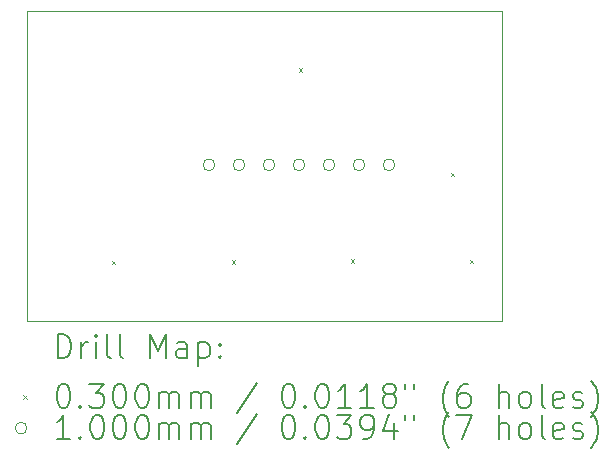
<source format=gbr>
%TF.GenerationSoftware,KiCad,Pcbnew,8.0.5*%
%TF.CreationDate,2024-11-11T01:16:04-08:00*%
%TF.ProjectId,Switch Lock,53776974-6368-4204-9c6f-636b2e6b6963,rev?*%
%TF.SameCoordinates,Original*%
%TF.FileFunction,Drillmap*%
%TF.FilePolarity,Positive*%
%FSLAX45Y45*%
G04 Gerber Fmt 4.5, Leading zero omitted, Abs format (unit mm)*
G04 Created by KiCad (PCBNEW 8.0.5) date 2024-11-11 01:16:04*
%MOMM*%
%LPD*%
G01*
G04 APERTURE LIST*
%ADD10C,0.050000*%
%ADD11C,0.200000*%
%ADD12C,0.100000*%
G04 APERTURE END LIST*
D10*
X9211000Y-5573000D02*
X13231000Y-5573000D01*
X13231000Y-8194000D01*
X9211000Y-8194000D01*
X9211000Y-5573000D01*
D11*
D12*
X9924000Y-7682825D02*
X9954000Y-7712825D01*
X9954000Y-7682825D02*
X9924000Y-7712825D01*
X10942000Y-7679000D02*
X10972000Y-7709000D01*
X10972000Y-7679000D02*
X10942000Y-7709000D01*
X11510000Y-6053175D02*
X11540000Y-6083175D01*
X11540000Y-6053175D02*
X11510000Y-6083175D01*
X11950000Y-7672000D02*
X11980000Y-7702000D01*
X11980000Y-7672000D02*
X11950000Y-7702000D01*
X12794000Y-6937750D02*
X12824000Y-6967750D01*
X12824000Y-6937750D02*
X12794000Y-6967750D01*
X12955000Y-7673825D02*
X12985000Y-7703825D01*
X12985000Y-7673825D02*
X12955000Y-7703825D01*
X10799000Y-6872000D02*
G75*
G02*
X10699000Y-6872000I-50000J0D01*
G01*
X10699000Y-6872000D02*
G75*
G02*
X10799000Y-6872000I50000J0D01*
G01*
X11053000Y-6872000D02*
G75*
G02*
X10953000Y-6872000I-50000J0D01*
G01*
X10953000Y-6872000D02*
G75*
G02*
X11053000Y-6872000I50000J0D01*
G01*
X11307000Y-6872000D02*
G75*
G02*
X11207000Y-6872000I-50000J0D01*
G01*
X11207000Y-6872000D02*
G75*
G02*
X11307000Y-6872000I50000J0D01*
G01*
X11561000Y-6872000D02*
G75*
G02*
X11461000Y-6872000I-50000J0D01*
G01*
X11461000Y-6872000D02*
G75*
G02*
X11561000Y-6872000I50000J0D01*
G01*
X11815000Y-6872000D02*
G75*
G02*
X11715000Y-6872000I-50000J0D01*
G01*
X11715000Y-6872000D02*
G75*
G02*
X11815000Y-6872000I50000J0D01*
G01*
X12069000Y-6872000D02*
G75*
G02*
X11969000Y-6872000I-50000J0D01*
G01*
X11969000Y-6872000D02*
G75*
G02*
X12069000Y-6872000I50000J0D01*
G01*
X12323000Y-6872000D02*
G75*
G02*
X12223000Y-6872000I-50000J0D01*
G01*
X12223000Y-6872000D02*
G75*
G02*
X12323000Y-6872000I50000J0D01*
G01*
D11*
X9469277Y-8507984D02*
X9469277Y-8307984D01*
X9469277Y-8307984D02*
X9516896Y-8307984D01*
X9516896Y-8307984D02*
X9545467Y-8317508D01*
X9545467Y-8317508D02*
X9564515Y-8336555D01*
X9564515Y-8336555D02*
X9574039Y-8355603D01*
X9574039Y-8355603D02*
X9583563Y-8393698D01*
X9583563Y-8393698D02*
X9583563Y-8422270D01*
X9583563Y-8422270D02*
X9574039Y-8460365D01*
X9574039Y-8460365D02*
X9564515Y-8479412D01*
X9564515Y-8479412D02*
X9545467Y-8498460D01*
X9545467Y-8498460D02*
X9516896Y-8507984D01*
X9516896Y-8507984D02*
X9469277Y-8507984D01*
X9669277Y-8507984D02*
X9669277Y-8374650D01*
X9669277Y-8412746D02*
X9678801Y-8393698D01*
X9678801Y-8393698D02*
X9688324Y-8384174D01*
X9688324Y-8384174D02*
X9707372Y-8374650D01*
X9707372Y-8374650D02*
X9726420Y-8374650D01*
X9793086Y-8507984D02*
X9793086Y-8374650D01*
X9793086Y-8307984D02*
X9783563Y-8317508D01*
X9783563Y-8317508D02*
X9793086Y-8327031D01*
X9793086Y-8327031D02*
X9802610Y-8317508D01*
X9802610Y-8317508D02*
X9793086Y-8307984D01*
X9793086Y-8307984D02*
X9793086Y-8327031D01*
X9916896Y-8507984D02*
X9897848Y-8498460D01*
X9897848Y-8498460D02*
X9888324Y-8479412D01*
X9888324Y-8479412D02*
X9888324Y-8307984D01*
X10021658Y-8507984D02*
X10002610Y-8498460D01*
X10002610Y-8498460D02*
X9993086Y-8479412D01*
X9993086Y-8479412D02*
X9993086Y-8307984D01*
X10250229Y-8507984D02*
X10250229Y-8307984D01*
X10250229Y-8307984D02*
X10316896Y-8450841D01*
X10316896Y-8450841D02*
X10383563Y-8307984D01*
X10383563Y-8307984D02*
X10383563Y-8507984D01*
X10564515Y-8507984D02*
X10564515Y-8403222D01*
X10564515Y-8403222D02*
X10554991Y-8384174D01*
X10554991Y-8384174D02*
X10535944Y-8374650D01*
X10535944Y-8374650D02*
X10497848Y-8374650D01*
X10497848Y-8374650D02*
X10478801Y-8384174D01*
X10564515Y-8498460D02*
X10545467Y-8507984D01*
X10545467Y-8507984D02*
X10497848Y-8507984D01*
X10497848Y-8507984D02*
X10478801Y-8498460D01*
X10478801Y-8498460D02*
X10469277Y-8479412D01*
X10469277Y-8479412D02*
X10469277Y-8460365D01*
X10469277Y-8460365D02*
X10478801Y-8441317D01*
X10478801Y-8441317D02*
X10497848Y-8431793D01*
X10497848Y-8431793D02*
X10545467Y-8431793D01*
X10545467Y-8431793D02*
X10564515Y-8422270D01*
X10659753Y-8374650D02*
X10659753Y-8574650D01*
X10659753Y-8384174D02*
X10678801Y-8374650D01*
X10678801Y-8374650D02*
X10716896Y-8374650D01*
X10716896Y-8374650D02*
X10735944Y-8384174D01*
X10735944Y-8384174D02*
X10745467Y-8393698D01*
X10745467Y-8393698D02*
X10754991Y-8412746D01*
X10754991Y-8412746D02*
X10754991Y-8469889D01*
X10754991Y-8469889D02*
X10745467Y-8488936D01*
X10745467Y-8488936D02*
X10735944Y-8498460D01*
X10735944Y-8498460D02*
X10716896Y-8507984D01*
X10716896Y-8507984D02*
X10678801Y-8507984D01*
X10678801Y-8507984D02*
X10659753Y-8498460D01*
X10840705Y-8488936D02*
X10850229Y-8498460D01*
X10850229Y-8498460D02*
X10840705Y-8507984D01*
X10840705Y-8507984D02*
X10831182Y-8498460D01*
X10831182Y-8498460D02*
X10840705Y-8488936D01*
X10840705Y-8488936D02*
X10840705Y-8507984D01*
X10840705Y-8384174D02*
X10850229Y-8393698D01*
X10850229Y-8393698D02*
X10840705Y-8403222D01*
X10840705Y-8403222D02*
X10831182Y-8393698D01*
X10831182Y-8393698D02*
X10840705Y-8384174D01*
X10840705Y-8384174D02*
X10840705Y-8403222D01*
D12*
X9178500Y-8821500D02*
X9208500Y-8851500D01*
X9208500Y-8821500D02*
X9178500Y-8851500D01*
D11*
X9507372Y-8727984D02*
X9526420Y-8727984D01*
X9526420Y-8727984D02*
X9545467Y-8737508D01*
X9545467Y-8737508D02*
X9554991Y-8747031D01*
X9554991Y-8747031D02*
X9564515Y-8766079D01*
X9564515Y-8766079D02*
X9574039Y-8804174D01*
X9574039Y-8804174D02*
X9574039Y-8851793D01*
X9574039Y-8851793D02*
X9564515Y-8889889D01*
X9564515Y-8889889D02*
X9554991Y-8908936D01*
X9554991Y-8908936D02*
X9545467Y-8918460D01*
X9545467Y-8918460D02*
X9526420Y-8927984D01*
X9526420Y-8927984D02*
X9507372Y-8927984D01*
X9507372Y-8927984D02*
X9488324Y-8918460D01*
X9488324Y-8918460D02*
X9478801Y-8908936D01*
X9478801Y-8908936D02*
X9469277Y-8889889D01*
X9469277Y-8889889D02*
X9459753Y-8851793D01*
X9459753Y-8851793D02*
X9459753Y-8804174D01*
X9459753Y-8804174D02*
X9469277Y-8766079D01*
X9469277Y-8766079D02*
X9478801Y-8747031D01*
X9478801Y-8747031D02*
X9488324Y-8737508D01*
X9488324Y-8737508D02*
X9507372Y-8727984D01*
X9659753Y-8908936D02*
X9669277Y-8918460D01*
X9669277Y-8918460D02*
X9659753Y-8927984D01*
X9659753Y-8927984D02*
X9650229Y-8918460D01*
X9650229Y-8918460D02*
X9659753Y-8908936D01*
X9659753Y-8908936D02*
X9659753Y-8927984D01*
X9735944Y-8727984D02*
X9859753Y-8727984D01*
X9859753Y-8727984D02*
X9793086Y-8804174D01*
X9793086Y-8804174D02*
X9821658Y-8804174D01*
X9821658Y-8804174D02*
X9840705Y-8813698D01*
X9840705Y-8813698D02*
X9850229Y-8823222D01*
X9850229Y-8823222D02*
X9859753Y-8842270D01*
X9859753Y-8842270D02*
X9859753Y-8889889D01*
X9859753Y-8889889D02*
X9850229Y-8908936D01*
X9850229Y-8908936D02*
X9840705Y-8918460D01*
X9840705Y-8918460D02*
X9821658Y-8927984D01*
X9821658Y-8927984D02*
X9764515Y-8927984D01*
X9764515Y-8927984D02*
X9745467Y-8918460D01*
X9745467Y-8918460D02*
X9735944Y-8908936D01*
X9983563Y-8727984D02*
X10002610Y-8727984D01*
X10002610Y-8727984D02*
X10021658Y-8737508D01*
X10021658Y-8737508D02*
X10031182Y-8747031D01*
X10031182Y-8747031D02*
X10040705Y-8766079D01*
X10040705Y-8766079D02*
X10050229Y-8804174D01*
X10050229Y-8804174D02*
X10050229Y-8851793D01*
X10050229Y-8851793D02*
X10040705Y-8889889D01*
X10040705Y-8889889D02*
X10031182Y-8908936D01*
X10031182Y-8908936D02*
X10021658Y-8918460D01*
X10021658Y-8918460D02*
X10002610Y-8927984D01*
X10002610Y-8927984D02*
X9983563Y-8927984D01*
X9983563Y-8927984D02*
X9964515Y-8918460D01*
X9964515Y-8918460D02*
X9954991Y-8908936D01*
X9954991Y-8908936D02*
X9945467Y-8889889D01*
X9945467Y-8889889D02*
X9935944Y-8851793D01*
X9935944Y-8851793D02*
X9935944Y-8804174D01*
X9935944Y-8804174D02*
X9945467Y-8766079D01*
X9945467Y-8766079D02*
X9954991Y-8747031D01*
X9954991Y-8747031D02*
X9964515Y-8737508D01*
X9964515Y-8737508D02*
X9983563Y-8727984D01*
X10174039Y-8727984D02*
X10193086Y-8727984D01*
X10193086Y-8727984D02*
X10212134Y-8737508D01*
X10212134Y-8737508D02*
X10221658Y-8747031D01*
X10221658Y-8747031D02*
X10231182Y-8766079D01*
X10231182Y-8766079D02*
X10240705Y-8804174D01*
X10240705Y-8804174D02*
X10240705Y-8851793D01*
X10240705Y-8851793D02*
X10231182Y-8889889D01*
X10231182Y-8889889D02*
X10221658Y-8908936D01*
X10221658Y-8908936D02*
X10212134Y-8918460D01*
X10212134Y-8918460D02*
X10193086Y-8927984D01*
X10193086Y-8927984D02*
X10174039Y-8927984D01*
X10174039Y-8927984D02*
X10154991Y-8918460D01*
X10154991Y-8918460D02*
X10145467Y-8908936D01*
X10145467Y-8908936D02*
X10135944Y-8889889D01*
X10135944Y-8889889D02*
X10126420Y-8851793D01*
X10126420Y-8851793D02*
X10126420Y-8804174D01*
X10126420Y-8804174D02*
X10135944Y-8766079D01*
X10135944Y-8766079D02*
X10145467Y-8747031D01*
X10145467Y-8747031D02*
X10154991Y-8737508D01*
X10154991Y-8737508D02*
X10174039Y-8727984D01*
X10326420Y-8927984D02*
X10326420Y-8794650D01*
X10326420Y-8813698D02*
X10335944Y-8804174D01*
X10335944Y-8804174D02*
X10354991Y-8794650D01*
X10354991Y-8794650D02*
X10383563Y-8794650D01*
X10383563Y-8794650D02*
X10402610Y-8804174D01*
X10402610Y-8804174D02*
X10412134Y-8823222D01*
X10412134Y-8823222D02*
X10412134Y-8927984D01*
X10412134Y-8823222D02*
X10421658Y-8804174D01*
X10421658Y-8804174D02*
X10440705Y-8794650D01*
X10440705Y-8794650D02*
X10469277Y-8794650D01*
X10469277Y-8794650D02*
X10488325Y-8804174D01*
X10488325Y-8804174D02*
X10497848Y-8823222D01*
X10497848Y-8823222D02*
X10497848Y-8927984D01*
X10593086Y-8927984D02*
X10593086Y-8794650D01*
X10593086Y-8813698D02*
X10602610Y-8804174D01*
X10602610Y-8804174D02*
X10621658Y-8794650D01*
X10621658Y-8794650D02*
X10650229Y-8794650D01*
X10650229Y-8794650D02*
X10669277Y-8804174D01*
X10669277Y-8804174D02*
X10678801Y-8823222D01*
X10678801Y-8823222D02*
X10678801Y-8927984D01*
X10678801Y-8823222D02*
X10688325Y-8804174D01*
X10688325Y-8804174D02*
X10707372Y-8794650D01*
X10707372Y-8794650D02*
X10735944Y-8794650D01*
X10735944Y-8794650D02*
X10754991Y-8804174D01*
X10754991Y-8804174D02*
X10764515Y-8823222D01*
X10764515Y-8823222D02*
X10764515Y-8927984D01*
X11154991Y-8718460D02*
X10983563Y-8975603D01*
X11412134Y-8727984D02*
X11431182Y-8727984D01*
X11431182Y-8727984D02*
X11450229Y-8737508D01*
X11450229Y-8737508D02*
X11459753Y-8747031D01*
X11459753Y-8747031D02*
X11469277Y-8766079D01*
X11469277Y-8766079D02*
X11478801Y-8804174D01*
X11478801Y-8804174D02*
X11478801Y-8851793D01*
X11478801Y-8851793D02*
X11469277Y-8889889D01*
X11469277Y-8889889D02*
X11459753Y-8908936D01*
X11459753Y-8908936D02*
X11450229Y-8918460D01*
X11450229Y-8918460D02*
X11431182Y-8927984D01*
X11431182Y-8927984D02*
X11412134Y-8927984D01*
X11412134Y-8927984D02*
X11393086Y-8918460D01*
X11393086Y-8918460D02*
X11383563Y-8908936D01*
X11383563Y-8908936D02*
X11374039Y-8889889D01*
X11374039Y-8889889D02*
X11364515Y-8851793D01*
X11364515Y-8851793D02*
X11364515Y-8804174D01*
X11364515Y-8804174D02*
X11374039Y-8766079D01*
X11374039Y-8766079D02*
X11383563Y-8747031D01*
X11383563Y-8747031D02*
X11393086Y-8737508D01*
X11393086Y-8737508D02*
X11412134Y-8727984D01*
X11564515Y-8908936D02*
X11574039Y-8918460D01*
X11574039Y-8918460D02*
X11564515Y-8927984D01*
X11564515Y-8927984D02*
X11554991Y-8918460D01*
X11554991Y-8918460D02*
X11564515Y-8908936D01*
X11564515Y-8908936D02*
X11564515Y-8927984D01*
X11697848Y-8727984D02*
X11716896Y-8727984D01*
X11716896Y-8727984D02*
X11735944Y-8737508D01*
X11735944Y-8737508D02*
X11745467Y-8747031D01*
X11745467Y-8747031D02*
X11754991Y-8766079D01*
X11754991Y-8766079D02*
X11764515Y-8804174D01*
X11764515Y-8804174D02*
X11764515Y-8851793D01*
X11764515Y-8851793D02*
X11754991Y-8889889D01*
X11754991Y-8889889D02*
X11745467Y-8908936D01*
X11745467Y-8908936D02*
X11735944Y-8918460D01*
X11735944Y-8918460D02*
X11716896Y-8927984D01*
X11716896Y-8927984D02*
X11697848Y-8927984D01*
X11697848Y-8927984D02*
X11678801Y-8918460D01*
X11678801Y-8918460D02*
X11669277Y-8908936D01*
X11669277Y-8908936D02*
X11659753Y-8889889D01*
X11659753Y-8889889D02*
X11650229Y-8851793D01*
X11650229Y-8851793D02*
X11650229Y-8804174D01*
X11650229Y-8804174D02*
X11659753Y-8766079D01*
X11659753Y-8766079D02*
X11669277Y-8747031D01*
X11669277Y-8747031D02*
X11678801Y-8737508D01*
X11678801Y-8737508D02*
X11697848Y-8727984D01*
X11954991Y-8927984D02*
X11840706Y-8927984D01*
X11897848Y-8927984D02*
X11897848Y-8727984D01*
X11897848Y-8727984D02*
X11878801Y-8756555D01*
X11878801Y-8756555D02*
X11859753Y-8775603D01*
X11859753Y-8775603D02*
X11840706Y-8785127D01*
X12145467Y-8927984D02*
X12031182Y-8927984D01*
X12088325Y-8927984D02*
X12088325Y-8727984D01*
X12088325Y-8727984D02*
X12069277Y-8756555D01*
X12069277Y-8756555D02*
X12050229Y-8775603D01*
X12050229Y-8775603D02*
X12031182Y-8785127D01*
X12259753Y-8813698D02*
X12240706Y-8804174D01*
X12240706Y-8804174D02*
X12231182Y-8794650D01*
X12231182Y-8794650D02*
X12221658Y-8775603D01*
X12221658Y-8775603D02*
X12221658Y-8766079D01*
X12221658Y-8766079D02*
X12231182Y-8747031D01*
X12231182Y-8747031D02*
X12240706Y-8737508D01*
X12240706Y-8737508D02*
X12259753Y-8727984D01*
X12259753Y-8727984D02*
X12297848Y-8727984D01*
X12297848Y-8727984D02*
X12316896Y-8737508D01*
X12316896Y-8737508D02*
X12326420Y-8747031D01*
X12326420Y-8747031D02*
X12335944Y-8766079D01*
X12335944Y-8766079D02*
X12335944Y-8775603D01*
X12335944Y-8775603D02*
X12326420Y-8794650D01*
X12326420Y-8794650D02*
X12316896Y-8804174D01*
X12316896Y-8804174D02*
X12297848Y-8813698D01*
X12297848Y-8813698D02*
X12259753Y-8813698D01*
X12259753Y-8813698D02*
X12240706Y-8823222D01*
X12240706Y-8823222D02*
X12231182Y-8832746D01*
X12231182Y-8832746D02*
X12221658Y-8851793D01*
X12221658Y-8851793D02*
X12221658Y-8889889D01*
X12221658Y-8889889D02*
X12231182Y-8908936D01*
X12231182Y-8908936D02*
X12240706Y-8918460D01*
X12240706Y-8918460D02*
X12259753Y-8927984D01*
X12259753Y-8927984D02*
X12297848Y-8927984D01*
X12297848Y-8927984D02*
X12316896Y-8918460D01*
X12316896Y-8918460D02*
X12326420Y-8908936D01*
X12326420Y-8908936D02*
X12335944Y-8889889D01*
X12335944Y-8889889D02*
X12335944Y-8851793D01*
X12335944Y-8851793D02*
X12326420Y-8832746D01*
X12326420Y-8832746D02*
X12316896Y-8823222D01*
X12316896Y-8823222D02*
X12297848Y-8813698D01*
X12412134Y-8727984D02*
X12412134Y-8766079D01*
X12488325Y-8727984D02*
X12488325Y-8766079D01*
X12783563Y-9004174D02*
X12774039Y-8994650D01*
X12774039Y-8994650D02*
X12754991Y-8966079D01*
X12754991Y-8966079D02*
X12745468Y-8947031D01*
X12745468Y-8947031D02*
X12735944Y-8918460D01*
X12735944Y-8918460D02*
X12726420Y-8870841D01*
X12726420Y-8870841D02*
X12726420Y-8832746D01*
X12726420Y-8832746D02*
X12735944Y-8785127D01*
X12735944Y-8785127D02*
X12745468Y-8756555D01*
X12745468Y-8756555D02*
X12754991Y-8737508D01*
X12754991Y-8737508D02*
X12774039Y-8708936D01*
X12774039Y-8708936D02*
X12783563Y-8699412D01*
X12945468Y-8727984D02*
X12907372Y-8727984D01*
X12907372Y-8727984D02*
X12888325Y-8737508D01*
X12888325Y-8737508D02*
X12878801Y-8747031D01*
X12878801Y-8747031D02*
X12859753Y-8775603D01*
X12859753Y-8775603D02*
X12850229Y-8813698D01*
X12850229Y-8813698D02*
X12850229Y-8889889D01*
X12850229Y-8889889D02*
X12859753Y-8908936D01*
X12859753Y-8908936D02*
X12869277Y-8918460D01*
X12869277Y-8918460D02*
X12888325Y-8927984D01*
X12888325Y-8927984D02*
X12926420Y-8927984D01*
X12926420Y-8927984D02*
X12945468Y-8918460D01*
X12945468Y-8918460D02*
X12954991Y-8908936D01*
X12954991Y-8908936D02*
X12964515Y-8889889D01*
X12964515Y-8889889D02*
X12964515Y-8842270D01*
X12964515Y-8842270D02*
X12954991Y-8823222D01*
X12954991Y-8823222D02*
X12945468Y-8813698D01*
X12945468Y-8813698D02*
X12926420Y-8804174D01*
X12926420Y-8804174D02*
X12888325Y-8804174D01*
X12888325Y-8804174D02*
X12869277Y-8813698D01*
X12869277Y-8813698D02*
X12859753Y-8823222D01*
X12859753Y-8823222D02*
X12850229Y-8842270D01*
X13202610Y-8927984D02*
X13202610Y-8727984D01*
X13288325Y-8927984D02*
X13288325Y-8823222D01*
X13288325Y-8823222D02*
X13278801Y-8804174D01*
X13278801Y-8804174D02*
X13259753Y-8794650D01*
X13259753Y-8794650D02*
X13231182Y-8794650D01*
X13231182Y-8794650D02*
X13212134Y-8804174D01*
X13212134Y-8804174D02*
X13202610Y-8813698D01*
X13412134Y-8927984D02*
X13393087Y-8918460D01*
X13393087Y-8918460D02*
X13383563Y-8908936D01*
X13383563Y-8908936D02*
X13374039Y-8889889D01*
X13374039Y-8889889D02*
X13374039Y-8832746D01*
X13374039Y-8832746D02*
X13383563Y-8813698D01*
X13383563Y-8813698D02*
X13393087Y-8804174D01*
X13393087Y-8804174D02*
X13412134Y-8794650D01*
X13412134Y-8794650D02*
X13440706Y-8794650D01*
X13440706Y-8794650D02*
X13459753Y-8804174D01*
X13459753Y-8804174D02*
X13469277Y-8813698D01*
X13469277Y-8813698D02*
X13478801Y-8832746D01*
X13478801Y-8832746D02*
X13478801Y-8889889D01*
X13478801Y-8889889D02*
X13469277Y-8908936D01*
X13469277Y-8908936D02*
X13459753Y-8918460D01*
X13459753Y-8918460D02*
X13440706Y-8927984D01*
X13440706Y-8927984D02*
X13412134Y-8927984D01*
X13593087Y-8927984D02*
X13574039Y-8918460D01*
X13574039Y-8918460D02*
X13564515Y-8899412D01*
X13564515Y-8899412D02*
X13564515Y-8727984D01*
X13745468Y-8918460D02*
X13726420Y-8927984D01*
X13726420Y-8927984D02*
X13688325Y-8927984D01*
X13688325Y-8927984D02*
X13669277Y-8918460D01*
X13669277Y-8918460D02*
X13659753Y-8899412D01*
X13659753Y-8899412D02*
X13659753Y-8823222D01*
X13659753Y-8823222D02*
X13669277Y-8804174D01*
X13669277Y-8804174D02*
X13688325Y-8794650D01*
X13688325Y-8794650D02*
X13726420Y-8794650D01*
X13726420Y-8794650D02*
X13745468Y-8804174D01*
X13745468Y-8804174D02*
X13754991Y-8823222D01*
X13754991Y-8823222D02*
X13754991Y-8842270D01*
X13754991Y-8842270D02*
X13659753Y-8861317D01*
X13831182Y-8918460D02*
X13850230Y-8927984D01*
X13850230Y-8927984D02*
X13888325Y-8927984D01*
X13888325Y-8927984D02*
X13907372Y-8918460D01*
X13907372Y-8918460D02*
X13916896Y-8899412D01*
X13916896Y-8899412D02*
X13916896Y-8889889D01*
X13916896Y-8889889D02*
X13907372Y-8870841D01*
X13907372Y-8870841D02*
X13888325Y-8861317D01*
X13888325Y-8861317D02*
X13859753Y-8861317D01*
X13859753Y-8861317D02*
X13840706Y-8851793D01*
X13840706Y-8851793D02*
X13831182Y-8832746D01*
X13831182Y-8832746D02*
X13831182Y-8823222D01*
X13831182Y-8823222D02*
X13840706Y-8804174D01*
X13840706Y-8804174D02*
X13859753Y-8794650D01*
X13859753Y-8794650D02*
X13888325Y-8794650D01*
X13888325Y-8794650D02*
X13907372Y-8804174D01*
X13983563Y-9004174D02*
X13993087Y-8994650D01*
X13993087Y-8994650D02*
X14012134Y-8966079D01*
X14012134Y-8966079D02*
X14021658Y-8947031D01*
X14021658Y-8947031D02*
X14031182Y-8918460D01*
X14031182Y-8918460D02*
X14040706Y-8870841D01*
X14040706Y-8870841D02*
X14040706Y-8832746D01*
X14040706Y-8832746D02*
X14031182Y-8785127D01*
X14031182Y-8785127D02*
X14021658Y-8756555D01*
X14021658Y-8756555D02*
X14012134Y-8737508D01*
X14012134Y-8737508D02*
X13993087Y-8708936D01*
X13993087Y-8708936D02*
X13983563Y-8699412D01*
D12*
X9208500Y-9100500D02*
G75*
G02*
X9108500Y-9100500I-50000J0D01*
G01*
X9108500Y-9100500D02*
G75*
G02*
X9208500Y-9100500I50000J0D01*
G01*
D11*
X9574039Y-9191984D02*
X9459753Y-9191984D01*
X9516896Y-9191984D02*
X9516896Y-8991984D01*
X9516896Y-8991984D02*
X9497848Y-9020555D01*
X9497848Y-9020555D02*
X9478801Y-9039603D01*
X9478801Y-9039603D02*
X9459753Y-9049127D01*
X9659753Y-9172936D02*
X9669277Y-9182460D01*
X9669277Y-9182460D02*
X9659753Y-9191984D01*
X9659753Y-9191984D02*
X9650229Y-9182460D01*
X9650229Y-9182460D02*
X9659753Y-9172936D01*
X9659753Y-9172936D02*
X9659753Y-9191984D01*
X9793086Y-8991984D02*
X9812134Y-8991984D01*
X9812134Y-8991984D02*
X9831182Y-9001508D01*
X9831182Y-9001508D02*
X9840705Y-9011031D01*
X9840705Y-9011031D02*
X9850229Y-9030079D01*
X9850229Y-9030079D02*
X9859753Y-9068174D01*
X9859753Y-9068174D02*
X9859753Y-9115793D01*
X9859753Y-9115793D02*
X9850229Y-9153889D01*
X9850229Y-9153889D02*
X9840705Y-9172936D01*
X9840705Y-9172936D02*
X9831182Y-9182460D01*
X9831182Y-9182460D02*
X9812134Y-9191984D01*
X9812134Y-9191984D02*
X9793086Y-9191984D01*
X9793086Y-9191984D02*
X9774039Y-9182460D01*
X9774039Y-9182460D02*
X9764515Y-9172936D01*
X9764515Y-9172936D02*
X9754991Y-9153889D01*
X9754991Y-9153889D02*
X9745467Y-9115793D01*
X9745467Y-9115793D02*
X9745467Y-9068174D01*
X9745467Y-9068174D02*
X9754991Y-9030079D01*
X9754991Y-9030079D02*
X9764515Y-9011031D01*
X9764515Y-9011031D02*
X9774039Y-9001508D01*
X9774039Y-9001508D02*
X9793086Y-8991984D01*
X9983563Y-8991984D02*
X10002610Y-8991984D01*
X10002610Y-8991984D02*
X10021658Y-9001508D01*
X10021658Y-9001508D02*
X10031182Y-9011031D01*
X10031182Y-9011031D02*
X10040705Y-9030079D01*
X10040705Y-9030079D02*
X10050229Y-9068174D01*
X10050229Y-9068174D02*
X10050229Y-9115793D01*
X10050229Y-9115793D02*
X10040705Y-9153889D01*
X10040705Y-9153889D02*
X10031182Y-9172936D01*
X10031182Y-9172936D02*
X10021658Y-9182460D01*
X10021658Y-9182460D02*
X10002610Y-9191984D01*
X10002610Y-9191984D02*
X9983563Y-9191984D01*
X9983563Y-9191984D02*
X9964515Y-9182460D01*
X9964515Y-9182460D02*
X9954991Y-9172936D01*
X9954991Y-9172936D02*
X9945467Y-9153889D01*
X9945467Y-9153889D02*
X9935944Y-9115793D01*
X9935944Y-9115793D02*
X9935944Y-9068174D01*
X9935944Y-9068174D02*
X9945467Y-9030079D01*
X9945467Y-9030079D02*
X9954991Y-9011031D01*
X9954991Y-9011031D02*
X9964515Y-9001508D01*
X9964515Y-9001508D02*
X9983563Y-8991984D01*
X10174039Y-8991984D02*
X10193086Y-8991984D01*
X10193086Y-8991984D02*
X10212134Y-9001508D01*
X10212134Y-9001508D02*
X10221658Y-9011031D01*
X10221658Y-9011031D02*
X10231182Y-9030079D01*
X10231182Y-9030079D02*
X10240705Y-9068174D01*
X10240705Y-9068174D02*
X10240705Y-9115793D01*
X10240705Y-9115793D02*
X10231182Y-9153889D01*
X10231182Y-9153889D02*
X10221658Y-9172936D01*
X10221658Y-9172936D02*
X10212134Y-9182460D01*
X10212134Y-9182460D02*
X10193086Y-9191984D01*
X10193086Y-9191984D02*
X10174039Y-9191984D01*
X10174039Y-9191984D02*
X10154991Y-9182460D01*
X10154991Y-9182460D02*
X10145467Y-9172936D01*
X10145467Y-9172936D02*
X10135944Y-9153889D01*
X10135944Y-9153889D02*
X10126420Y-9115793D01*
X10126420Y-9115793D02*
X10126420Y-9068174D01*
X10126420Y-9068174D02*
X10135944Y-9030079D01*
X10135944Y-9030079D02*
X10145467Y-9011031D01*
X10145467Y-9011031D02*
X10154991Y-9001508D01*
X10154991Y-9001508D02*
X10174039Y-8991984D01*
X10326420Y-9191984D02*
X10326420Y-9058650D01*
X10326420Y-9077698D02*
X10335944Y-9068174D01*
X10335944Y-9068174D02*
X10354991Y-9058650D01*
X10354991Y-9058650D02*
X10383563Y-9058650D01*
X10383563Y-9058650D02*
X10402610Y-9068174D01*
X10402610Y-9068174D02*
X10412134Y-9087222D01*
X10412134Y-9087222D02*
X10412134Y-9191984D01*
X10412134Y-9087222D02*
X10421658Y-9068174D01*
X10421658Y-9068174D02*
X10440705Y-9058650D01*
X10440705Y-9058650D02*
X10469277Y-9058650D01*
X10469277Y-9058650D02*
X10488325Y-9068174D01*
X10488325Y-9068174D02*
X10497848Y-9087222D01*
X10497848Y-9087222D02*
X10497848Y-9191984D01*
X10593086Y-9191984D02*
X10593086Y-9058650D01*
X10593086Y-9077698D02*
X10602610Y-9068174D01*
X10602610Y-9068174D02*
X10621658Y-9058650D01*
X10621658Y-9058650D02*
X10650229Y-9058650D01*
X10650229Y-9058650D02*
X10669277Y-9068174D01*
X10669277Y-9068174D02*
X10678801Y-9087222D01*
X10678801Y-9087222D02*
X10678801Y-9191984D01*
X10678801Y-9087222D02*
X10688325Y-9068174D01*
X10688325Y-9068174D02*
X10707372Y-9058650D01*
X10707372Y-9058650D02*
X10735944Y-9058650D01*
X10735944Y-9058650D02*
X10754991Y-9068174D01*
X10754991Y-9068174D02*
X10764515Y-9087222D01*
X10764515Y-9087222D02*
X10764515Y-9191984D01*
X11154991Y-8982460D02*
X10983563Y-9239603D01*
X11412134Y-8991984D02*
X11431182Y-8991984D01*
X11431182Y-8991984D02*
X11450229Y-9001508D01*
X11450229Y-9001508D02*
X11459753Y-9011031D01*
X11459753Y-9011031D02*
X11469277Y-9030079D01*
X11469277Y-9030079D02*
X11478801Y-9068174D01*
X11478801Y-9068174D02*
X11478801Y-9115793D01*
X11478801Y-9115793D02*
X11469277Y-9153889D01*
X11469277Y-9153889D02*
X11459753Y-9172936D01*
X11459753Y-9172936D02*
X11450229Y-9182460D01*
X11450229Y-9182460D02*
X11431182Y-9191984D01*
X11431182Y-9191984D02*
X11412134Y-9191984D01*
X11412134Y-9191984D02*
X11393086Y-9182460D01*
X11393086Y-9182460D02*
X11383563Y-9172936D01*
X11383563Y-9172936D02*
X11374039Y-9153889D01*
X11374039Y-9153889D02*
X11364515Y-9115793D01*
X11364515Y-9115793D02*
X11364515Y-9068174D01*
X11364515Y-9068174D02*
X11374039Y-9030079D01*
X11374039Y-9030079D02*
X11383563Y-9011031D01*
X11383563Y-9011031D02*
X11393086Y-9001508D01*
X11393086Y-9001508D02*
X11412134Y-8991984D01*
X11564515Y-9172936D02*
X11574039Y-9182460D01*
X11574039Y-9182460D02*
X11564515Y-9191984D01*
X11564515Y-9191984D02*
X11554991Y-9182460D01*
X11554991Y-9182460D02*
X11564515Y-9172936D01*
X11564515Y-9172936D02*
X11564515Y-9191984D01*
X11697848Y-8991984D02*
X11716896Y-8991984D01*
X11716896Y-8991984D02*
X11735944Y-9001508D01*
X11735944Y-9001508D02*
X11745467Y-9011031D01*
X11745467Y-9011031D02*
X11754991Y-9030079D01*
X11754991Y-9030079D02*
X11764515Y-9068174D01*
X11764515Y-9068174D02*
X11764515Y-9115793D01*
X11764515Y-9115793D02*
X11754991Y-9153889D01*
X11754991Y-9153889D02*
X11745467Y-9172936D01*
X11745467Y-9172936D02*
X11735944Y-9182460D01*
X11735944Y-9182460D02*
X11716896Y-9191984D01*
X11716896Y-9191984D02*
X11697848Y-9191984D01*
X11697848Y-9191984D02*
X11678801Y-9182460D01*
X11678801Y-9182460D02*
X11669277Y-9172936D01*
X11669277Y-9172936D02*
X11659753Y-9153889D01*
X11659753Y-9153889D02*
X11650229Y-9115793D01*
X11650229Y-9115793D02*
X11650229Y-9068174D01*
X11650229Y-9068174D02*
X11659753Y-9030079D01*
X11659753Y-9030079D02*
X11669277Y-9011031D01*
X11669277Y-9011031D02*
X11678801Y-9001508D01*
X11678801Y-9001508D02*
X11697848Y-8991984D01*
X11831182Y-8991984D02*
X11954991Y-8991984D01*
X11954991Y-8991984D02*
X11888325Y-9068174D01*
X11888325Y-9068174D02*
X11916896Y-9068174D01*
X11916896Y-9068174D02*
X11935944Y-9077698D01*
X11935944Y-9077698D02*
X11945467Y-9087222D01*
X11945467Y-9087222D02*
X11954991Y-9106270D01*
X11954991Y-9106270D02*
X11954991Y-9153889D01*
X11954991Y-9153889D02*
X11945467Y-9172936D01*
X11945467Y-9172936D02*
X11935944Y-9182460D01*
X11935944Y-9182460D02*
X11916896Y-9191984D01*
X11916896Y-9191984D02*
X11859753Y-9191984D01*
X11859753Y-9191984D02*
X11840706Y-9182460D01*
X11840706Y-9182460D02*
X11831182Y-9172936D01*
X12050229Y-9191984D02*
X12088325Y-9191984D01*
X12088325Y-9191984D02*
X12107372Y-9182460D01*
X12107372Y-9182460D02*
X12116896Y-9172936D01*
X12116896Y-9172936D02*
X12135944Y-9144365D01*
X12135944Y-9144365D02*
X12145467Y-9106270D01*
X12145467Y-9106270D02*
X12145467Y-9030079D01*
X12145467Y-9030079D02*
X12135944Y-9011031D01*
X12135944Y-9011031D02*
X12126420Y-9001508D01*
X12126420Y-9001508D02*
X12107372Y-8991984D01*
X12107372Y-8991984D02*
X12069277Y-8991984D01*
X12069277Y-8991984D02*
X12050229Y-9001508D01*
X12050229Y-9001508D02*
X12040706Y-9011031D01*
X12040706Y-9011031D02*
X12031182Y-9030079D01*
X12031182Y-9030079D02*
X12031182Y-9077698D01*
X12031182Y-9077698D02*
X12040706Y-9096746D01*
X12040706Y-9096746D02*
X12050229Y-9106270D01*
X12050229Y-9106270D02*
X12069277Y-9115793D01*
X12069277Y-9115793D02*
X12107372Y-9115793D01*
X12107372Y-9115793D02*
X12126420Y-9106270D01*
X12126420Y-9106270D02*
X12135944Y-9096746D01*
X12135944Y-9096746D02*
X12145467Y-9077698D01*
X12316896Y-9058650D02*
X12316896Y-9191984D01*
X12269277Y-8982460D02*
X12221658Y-9125317D01*
X12221658Y-9125317D02*
X12345467Y-9125317D01*
X12412134Y-8991984D02*
X12412134Y-9030079D01*
X12488325Y-8991984D02*
X12488325Y-9030079D01*
X12783563Y-9268174D02*
X12774039Y-9258650D01*
X12774039Y-9258650D02*
X12754991Y-9230079D01*
X12754991Y-9230079D02*
X12745468Y-9211031D01*
X12745468Y-9211031D02*
X12735944Y-9182460D01*
X12735944Y-9182460D02*
X12726420Y-9134841D01*
X12726420Y-9134841D02*
X12726420Y-9096746D01*
X12726420Y-9096746D02*
X12735944Y-9049127D01*
X12735944Y-9049127D02*
X12745468Y-9020555D01*
X12745468Y-9020555D02*
X12754991Y-9001508D01*
X12754991Y-9001508D02*
X12774039Y-8972936D01*
X12774039Y-8972936D02*
X12783563Y-8963412D01*
X12840706Y-8991984D02*
X12974039Y-8991984D01*
X12974039Y-8991984D02*
X12888325Y-9191984D01*
X13202610Y-9191984D02*
X13202610Y-8991984D01*
X13288325Y-9191984D02*
X13288325Y-9087222D01*
X13288325Y-9087222D02*
X13278801Y-9068174D01*
X13278801Y-9068174D02*
X13259753Y-9058650D01*
X13259753Y-9058650D02*
X13231182Y-9058650D01*
X13231182Y-9058650D02*
X13212134Y-9068174D01*
X13212134Y-9068174D02*
X13202610Y-9077698D01*
X13412134Y-9191984D02*
X13393087Y-9182460D01*
X13393087Y-9182460D02*
X13383563Y-9172936D01*
X13383563Y-9172936D02*
X13374039Y-9153889D01*
X13374039Y-9153889D02*
X13374039Y-9096746D01*
X13374039Y-9096746D02*
X13383563Y-9077698D01*
X13383563Y-9077698D02*
X13393087Y-9068174D01*
X13393087Y-9068174D02*
X13412134Y-9058650D01*
X13412134Y-9058650D02*
X13440706Y-9058650D01*
X13440706Y-9058650D02*
X13459753Y-9068174D01*
X13459753Y-9068174D02*
X13469277Y-9077698D01*
X13469277Y-9077698D02*
X13478801Y-9096746D01*
X13478801Y-9096746D02*
X13478801Y-9153889D01*
X13478801Y-9153889D02*
X13469277Y-9172936D01*
X13469277Y-9172936D02*
X13459753Y-9182460D01*
X13459753Y-9182460D02*
X13440706Y-9191984D01*
X13440706Y-9191984D02*
X13412134Y-9191984D01*
X13593087Y-9191984D02*
X13574039Y-9182460D01*
X13574039Y-9182460D02*
X13564515Y-9163412D01*
X13564515Y-9163412D02*
X13564515Y-8991984D01*
X13745468Y-9182460D02*
X13726420Y-9191984D01*
X13726420Y-9191984D02*
X13688325Y-9191984D01*
X13688325Y-9191984D02*
X13669277Y-9182460D01*
X13669277Y-9182460D02*
X13659753Y-9163412D01*
X13659753Y-9163412D02*
X13659753Y-9087222D01*
X13659753Y-9087222D02*
X13669277Y-9068174D01*
X13669277Y-9068174D02*
X13688325Y-9058650D01*
X13688325Y-9058650D02*
X13726420Y-9058650D01*
X13726420Y-9058650D02*
X13745468Y-9068174D01*
X13745468Y-9068174D02*
X13754991Y-9087222D01*
X13754991Y-9087222D02*
X13754991Y-9106270D01*
X13754991Y-9106270D02*
X13659753Y-9125317D01*
X13831182Y-9182460D02*
X13850230Y-9191984D01*
X13850230Y-9191984D02*
X13888325Y-9191984D01*
X13888325Y-9191984D02*
X13907372Y-9182460D01*
X13907372Y-9182460D02*
X13916896Y-9163412D01*
X13916896Y-9163412D02*
X13916896Y-9153889D01*
X13916896Y-9153889D02*
X13907372Y-9134841D01*
X13907372Y-9134841D02*
X13888325Y-9125317D01*
X13888325Y-9125317D02*
X13859753Y-9125317D01*
X13859753Y-9125317D02*
X13840706Y-9115793D01*
X13840706Y-9115793D02*
X13831182Y-9096746D01*
X13831182Y-9096746D02*
X13831182Y-9087222D01*
X13831182Y-9087222D02*
X13840706Y-9068174D01*
X13840706Y-9068174D02*
X13859753Y-9058650D01*
X13859753Y-9058650D02*
X13888325Y-9058650D01*
X13888325Y-9058650D02*
X13907372Y-9068174D01*
X13983563Y-9268174D02*
X13993087Y-9258650D01*
X13993087Y-9258650D02*
X14012134Y-9230079D01*
X14012134Y-9230079D02*
X14021658Y-9211031D01*
X14021658Y-9211031D02*
X14031182Y-9182460D01*
X14031182Y-9182460D02*
X14040706Y-9134841D01*
X14040706Y-9134841D02*
X14040706Y-9096746D01*
X14040706Y-9096746D02*
X14031182Y-9049127D01*
X14031182Y-9049127D02*
X14021658Y-9020555D01*
X14021658Y-9020555D02*
X14012134Y-9001508D01*
X14012134Y-9001508D02*
X13993087Y-8972936D01*
X13993087Y-8972936D02*
X13983563Y-8963412D01*
M02*

</source>
